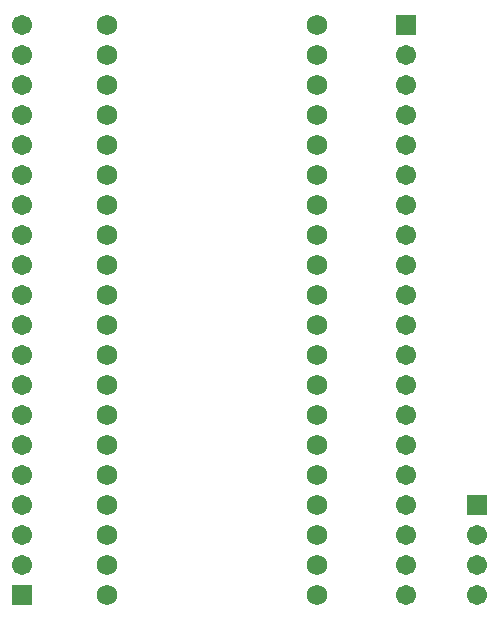
<source format=gts>
G04*
G04 #@! TF.GenerationSoftware,Altium Limited,Altium Designer,19.1.5 (86)*
G04*
G04 Layer_Color=8388736*
%FSLAX25Y25*%
%MOIN*%
G70*
G01*
G75*
%ADD12C,0.06706*%
%ADD13R,0.06706X0.06706*%
%ADD14C,0.06800*%
D12*
X324705Y15807D02*
D03*
Y25807D02*
D03*
Y35807D02*
D03*
Y45807D02*
D03*
Y55807D02*
D03*
Y65807D02*
D03*
Y75807D02*
D03*
Y85807D02*
D03*
Y95807D02*
D03*
Y105807D02*
D03*
Y115807D02*
D03*
Y125807D02*
D03*
Y135807D02*
D03*
Y145807D02*
D03*
Y155807D02*
D03*
Y165807D02*
D03*
Y175807D02*
D03*
Y185807D02*
D03*
Y195807D02*
D03*
X196752Y205807D02*
D03*
Y195807D02*
D03*
Y185807D02*
D03*
Y175807D02*
D03*
Y165807D02*
D03*
Y155807D02*
D03*
Y145807D02*
D03*
Y135807D02*
D03*
Y125807D02*
D03*
Y115807D02*
D03*
Y105807D02*
D03*
Y95807D02*
D03*
Y85807D02*
D03*
Y75807D02*
D03*
Y65807D02*
D03*
Y55807D02*
D03*
Y45807D02*
D03*
Y35807D02*
D03*
Y25807D02*
D03*
X348327Y35728D02*
D03*
Y25728D02*
D03*
Y15728D02*
D03*
D13*
X324705Y205807D02*
D03*
X196752Y15807D02*
D03*
X348327Y45728D02*
D03*
D14*
X225177Y15807D02*
D03*
Y25807D02*
D03*
Y35807D02*
D03*
Y45807D02*
D03*
Y55807D02*
D03*
Y105807D02*
D03*
Y95807D02*
D03*
Y85807D02*
D03*
Y75807D02*
D03*
Y65807D02*
D03*
Y165807D02*
D03*
Y175807D02*
D03*
Y185807D02*
D03*
Y195807D02*
D03*
Y205807D02*
D03*
Y155807D02*
D03*
Y145807D02*
D03*
Y135807D02*
D03*
Y125807D02*
D03*
Y115807D02*
D03*
X295177D02*
D03*
Y125807D02*
D03*
Y135807D02*
D03*
Y145807D02*
D03*
Y155807D02*
D03*
Y205807D02*
D03*
Y195807D02*
D03*
Y185807D02*
D03*
Y175807D02*
D03*
Y165807D02*
D03*
Y65807D02*
D03*
Y75807D02*
D03*
Y85807D02*
D03*
Y95807D02*
D03*
Y105807D02*
D03*
Y55807D02*
D03*
Y45807D02*
D03*
Y35807D02*
D03*
Y25807D02*
D03*
Y15807D02*
D03*
M02*

</source>
